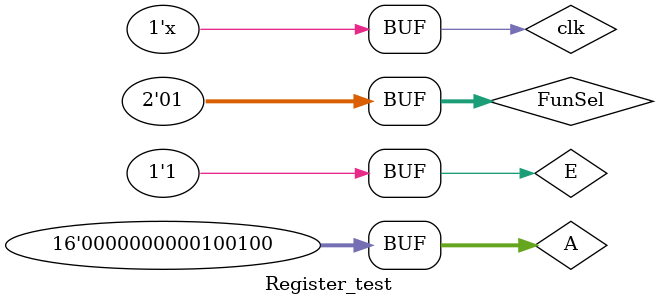
<source format=v>
`timescale 1ns / 1ps


module Register_test();
    reg [1:0] FunSel;
    reg [15:0] A;
    reg E;
    reg clk;
    
    wire [15:0] O;
    
    Register uut(A,E,FunSel,clk,O);
    always #5 clk = ~clk;
    
    initial begin
    
            clk = 0;
            E = 0;
            A = 16'b0000000000000001;
            
            #100;
            E = 1;
            FunSel = 2'b01;
            
            #100;
            E = 1;
            FunSel = 2'b11;
            
            #100;
            A = 16'b0000000000100100;
            E = 1;
            FunSel = 2'b10;
    
            #100;
            E = 1;
            FunSel = 2'b00;
            
            #100;
            E = 1;
            FunSel = 2'b01;
    
            
        end
endmodule

</source>
